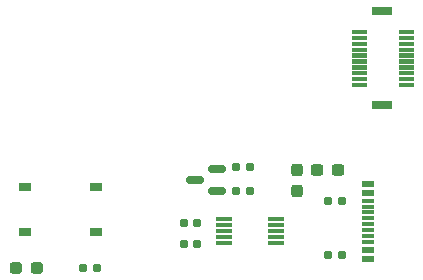
<source format=gbr>
%TF.GenerationSoftware,KiCad,Pcbnew,7.0.7*%
%TF.CreationDate,2024-04-13T16:38:44+09:00*%
%TF.ProjectId,Wi-SUN_Board,57692d53-554e-45f4-926f-6172642e6b69,0.1.2*%
%TF.SameCoordinates,Original*%
%TF.FileFunction,Paste,Top*%
%TF.FilePolarity,Positive*%
%FSLAX46Y46*%
G04 Gerber Fmt 4.6, Leading zero omitted, Abs format (unit mm)*
G04 Created by KiCad (PCBNEW 7.0.7) date 2024-04-13 16:38:44*
%MOMM*%
%LPD*%
G01*
G04 APERTURE LIST*
G04 Aperture macros list*
%AMRoundRect*
0 Rectangle with rounded corners*
0 $1 Rounding radius*
0 $2 $3 $4 $5 $6 $7 $8 $9 X,Y pos of 4 corners*
0 Add a 4 corners polygon primitive as box body*
4,1,4,$2,$3,$4,$5,$6,$7,$8,$9,$2,$3,0*
0 Add four circle primitives for the rounded corners*
1,1,$1+$1,$2,$3*
1,1,$1+$1,$4,$5*
1,1,$1+$1,$6,$7*
1,1,$1+$1,$8,$9*
0 Add four rect primitives between the rounded corners*
20,1,$1+$1,$2,$3,$4,$5,0*
20,1,$1+$1,$4,$5,$6,$7,0*
20,1,$1+$1,$6,$7,$8,$9,0*
20,1,$1+$1,$8,$9,$2,$3,0*%
G04 Aperture macros list end*
%ADD10C,0.010000*%
%ADD11RoundRect,0.155000X-0.212500X-0.155000X0.212500X-0.155000X0.212500X0.155000X-0.212500X0.155000X0*%
%ADD12R,1.800000X0.800000*%
%ADD13RoundRect,0.237500X-0.237500X0.300000X-0.237500X-0.300000X0.237500X-0.300000X0.237500X0.300000X0*%
%ADD14RoundRect,0.150000X0.587500X0.150000X-0.587500X0.150000X-0.587500X-0.150000X0.587500X-0.150000X0*%
%ADD15RoundRect,0.160000X0.197500X0.160000X-0.197500X0.160000X-0.197500X-0.160000X0.197500X-0.160000X0*%
%ADD16R,1.000000X0.750000*%
%ADD17RoundRect,0.237500X0.300000X0.237500X-0.300000X0.237500X-0.300000X-0.237500X0.300000X-0.237500X0*%
%ADD18R,1.400000X0.300000*%
%ADD19RoundRect,0.155000X0.212500X0.155000X-0.212500X0.155000X-0.212500X-0.155000X0.212500X-0.155000X0*%
%ADD20RoundRect,0.237500X-0.287500X-0.237500X0.287500X-0.237500X0.287500X0.237500X-0.287500X0.237500X0*%
%ADD21R,1.140000X0.600000*%
%ADD22R,1.140000X0.300000*%
G04 APERTURE END LIST*
%TO.C,J1*%
D10*
X187600000Y-111390000D02*
X186400000Y-111390000D01*
X186400000Y-111110000D01*
X187600000Y-111110000D01*
X187600000Y-111390000D01*
G36*
X187600000Y-111390000D02*
G01*
X186400000Y-111390000D01*
X186400000Y-111110000D01*
X187600000Y-111110000D01*
X187600000Y-111390000D01*
G37*
X191600000Y-111390000D02*
X190400000Y-111390000D01*
X190400000Y-111110000D01*
X191600000Y-111110000D01*
X191600000Y-111390000D01*
G36*
X191600000Y-111390000D02*
G01*
X190400000Y-111390000D01*
X190400000Y-111110000D01*
X191600000Y-111110000D01*
X191600000Y-111390000D01*
G37*
X187600000Y-110890000D02*
X186400000Y-110890000D01*
X186400000Y-110610000D01*
X187600000Y-110610000D01*
X187600000Y-110890000D01*
G36*
X187600000Y-110890000D02*
G01*
X186400000Y-110890000D01*
X186400000Y-110610000D01*
X187600000Y-110610000D01*
X187600000Y-110890000D01*
G37*
X191600000Y-110890000D02*
X190400000Y-110890000D01*
X190400000Y-110610000D01*
X191600000Y-110610000D01*
X191600000Y-110890000D01*
G36*
X191600000Y-110890000D02*
G01*
X190400000Y-110890000D01*
X190400000Y-110610000D01*
X191600000Y-110610000D01*
X191600000Y-110890000D01*
G37*
X187600000Y-110390000D02*
X186400000Y-110390000D01*
X186400000Y-110110000D01*
X187600000Y-110110000D01*
X187600000Y-110390000D01*
G36*
X187600000Y-110390000D02*
G01*
X186400000Y-110390000D01*
X186400000Y-110110000D01*
X187600000Y-110110000D01*
X187600000Y-110390000D01*
G37*
X191600000Y-110390000D02*
X190400000Y-110390000D01*
X190400000Y-110110000D01*
X191600000Y-110110000D01*
X191600000Y-110390000D01*
G36*
X191600000Y-110390000D02*
G01*
X190400000Y-110390000D01*
X190400000Y-110110000D01*
X191600000Y-110110000D01*
X191600000Y-110390000D01*
G37*
X187600000Y-109890000D02*
X186400000Y-109890000D01*
X186400000Y-109610000D01*
X187600000Y-109610000D01*
X187600000Y-109890000D01*
G36*
X187600000Y-109890000D02*
G01*
X186400000Y-109890000D01*
X186400000Y-109610000D01*
X187600000Y-109610000D01*
X187600000Y-109890000D01*
G37*
X191600000Y-109890000D02*
X190400000Y-109890000D01*
X190400000Y-109610000D01*
X191600000Y-109610000D01*
X191600000Y-109890000D01*
G36*
X191600000Y-109890000D02*
G01*
X190400000Y-109890000D01*
X190400000Y-109610000D01*
X191600000Y-109610000D01*
X191600000Y-109890000D01*
G37*
X187600000Y-109390000D02*
X186400000Y-109390000D01*
X186400000Y-109110000D01*
X187600000Y-109110000D01*
X187600000Y-109390000D01*
G36*
X187600000Y-109390000D02*
G01*
X186400000Y-109390000D01*
X186400000Y-109110000D01*
X187600000Y-109110000D01*
X187600000Y-109390000D01*
G37*
X191600000Y-109390000D02*
X190400000Y-109390000D01*
X190400000Y-109110000D01*
X191600000Y-109110000D01*
X191600000Y-109390000D01*
G36*
X191600000Y-109390000D02*
G01*
X190400000Y-109390000D01*
X190400000Y-109110000D01*
X191600000Y-109110000D01*
X191600000Y-109390000D01*
G37*
X187600000Y-108890000D02*
X186400000Y-108890000D01*
X186400000Y-108610000D01*
X187600000Y-108610000D01*
X187600000Y-108890000D01*
G36*
X187600000Y-108890000D02*
G01*
X186400000Y-108890000D01*
X186400000Y-108610000D01*
X187600000Y-108610000D01*
X187600000Y-108890000D01*
G37*
X191600000Y-108890000D02*
X190400000Y-108890000D01*
X190400000Y-108610000D01*
X191600000Y-108610000D01*
X191600000Y-108890000D01*
G36*
X191600000Y-108890000D02*
G01*
X190400000Y-108890000D01*
X190400000Y-108610000D01*
X191600000Y-108610000D01*
X191600000Y-108890000D01*
G37*
X187600000Y-108390000D02*
X186400000Y-108390000D01*
X186400000Y-108110000D01*
X187600000Y-108110000D01*
X187600000Y-108390000D01*
G36*
X187600000Y-108390000D02*
G01*
X186400000Y-108390000D01*
X186400000Y-108110000D01*
X187600000Y-108110000D01*
X187600000Y-108390000D01*
G37*
X191600000Y-108390000D02*
X190400000Y-108390000D01*
X190400000Y-108110000D01*
X191600000Y-108110000D01*
X191600000Y-108390000D01*
G36*
X191600000Y-108390000D02*
G01*
X190400000Y-108390000D01*
X190400000Y-108110000D01*
X191600000Y-108110000D01*
X191600000Y-108390000D01*
G37*
X187600000Y-107890000D02*
X186400000Y-107890000D01*
X186400000Y-107610000D01*
X187600000Y-107610000D01*
X187600000Y-107890000D01*
G36*
X187600000Y-107890000D02*
G01*
X186400000Y-107890000D01*
X186400000Y-107610000D01*
X187600000Y-107610000D01*
X187600000Y-107890000D01*
G37*
X191600000Y-107890000D02*
X190400000Y-107890000D01*
X190400000Y-107610000D01*
X191600000Y-107610000D01*
X191600000Y-107890000D01*
G36*
X191600000Y-107890000D02*
G01*
X190400000Y-107890000D01*
X190400000Y-107610000D01*
X191600000Y-107610000D01*
X191600000Y-107890000D01*
G37*
X187600000Y-107390000D02*
X186400000Y-107390000D01*
X186400000Y-107110000D01*
X187600000Y-107110000D01*
X187600000Y-107390000D01*
G36*
X187600000Y-107390000D02*
G01*
X186400000Y-107390000D01*
X186400000Y-107110000D01*
X187600000Y-107110000D01*
X187600000Y-107390000D01*
G37*
X191600000Y-107390000D02*
X190400000Y-107390000D01*
X190400000Y-107110000D01*
X191600000Y-107110000D01*
X191600000Y-107390000D01*
G36*
X191600000Y-107390000D02*
G01*
X190400000Y-107390000D01*
X190400000Y-107110000D01*
X191600000Y-107110000D01*
X191600000Y-107390000D01*
G37*
X187600000Y-106890000D02*
X186400000Y-106890000D01*
X186400000Y-106610000D01*
X187600000Y-106610000D01*
X187600000Y-106890000D01*
G36*
X187600000Y-106890000D02*
G01*
X186400000Y-106890000D01*
X186400000Y-106610000D01*
X187600000Y-106610000D01*
X187600000Y-106890000D01*
G37*
X191600000Y-106890000D02*
X190400000Y-106890000D01*
X190400000Y-106610000D01*
X191600000Y-106610000D01*
X191600000Y-106890000D01*
G36*
X191600000Y-106890000D02*
G01*
X190400000Y-106890000D01*
X190400000Y-106610000D01*
X191600000Y-106610000D01*
X191600000Y-106890000D01*
G37*
%TD*%
D11*
%TO.C,C2*%
X176632500Y-118250000D03*
X177767500Y-118250000D03*
%TD*%
D12*
%TO.C,J1*%
X189000000Y-105050000D03*
X189000000Y-112950000D03*
%TD*%
D13*
%TO.C,C1*%
X181800000Y-118500000D03*
X181800000Y-120225000D03*
%TD*%
D14*
%TO.C,U1*%
X174975000Y-120250000D03*
X174975000Y-118350000D03*
X173100000Y-119300000D03*
%TD*%
D15*
%TO.C,R2*%
X185600000Y-121100000D03*
X184405000Y-121100000D03*
%TD*%
D16*
%TO.C,SW1*%
X158750000Y-119950000D03*
X164750000Y-119950000D03*
X158750000Y-123700000D03*
X164750000Y-123700000D03*
%TD*%
D15*
%TO.C,R1*%
X164847500Y-126750000D03*
X163652500Y-126750000D03*
%TD*%
D17*
%TO.C,F1*%
X185200000Y-118500000D03*
X183475000Y-118500000D03*
%TD*%
D18*
%TO.C,U2*%
X179950000Y-124650000D03*
X179950000Y-124150000D03*
X179950000Y-123650000D03*
X179950000Y-123150000D03*
X179950000Y-122650000D03*
X175550000Y-122650000D03*
X175550000Y-123150000D03*
X175550000Y-123650000D03*
X175550000Y-124150000D03*
X175550000Y-124650000D03*
%TD*%
D19*
%TO.C,C3*%
X173317500Y-123000000D03*
X172182500Y-123000000D03*
%TD*%
D11*
%TO.C,C4*%
X176632500Y-120250000D03*
X177767500Y-120250000D03*
%TD*%
D19*
%TO.C,C5*%
X173317500Y-124750000D03*
X172182500Y-124750000D03*
%TD*%
D15*
%TO.C,R3*%
X185597500Y-125700000D03*
X184402500Y-125700000D03*
%TD*%
D20*
%TO.C,D1*%
X158000000Y-126750000D03*
X159750000Y-126750000D03*
%TD*%
D21*
%TO.C,J2*%
X187750000Y-126020000D03*
X187750000Y-125220000D03*
D22*
X187750000Y-124070000D03*
X187750000Y-123070000D03*
X187750000Y-122570000D03*
X187750000Y-121570000D03*
D21*
X187750000Y-119620000D03*
X187750000Y-120420000D03*
D22*
X187750000Y-121070000D03*
X187750000Y-122070000D03*
X187750000Y-123570000D03*
X187750000Y-124570000D03*
%TD*%
M02*

</source>
